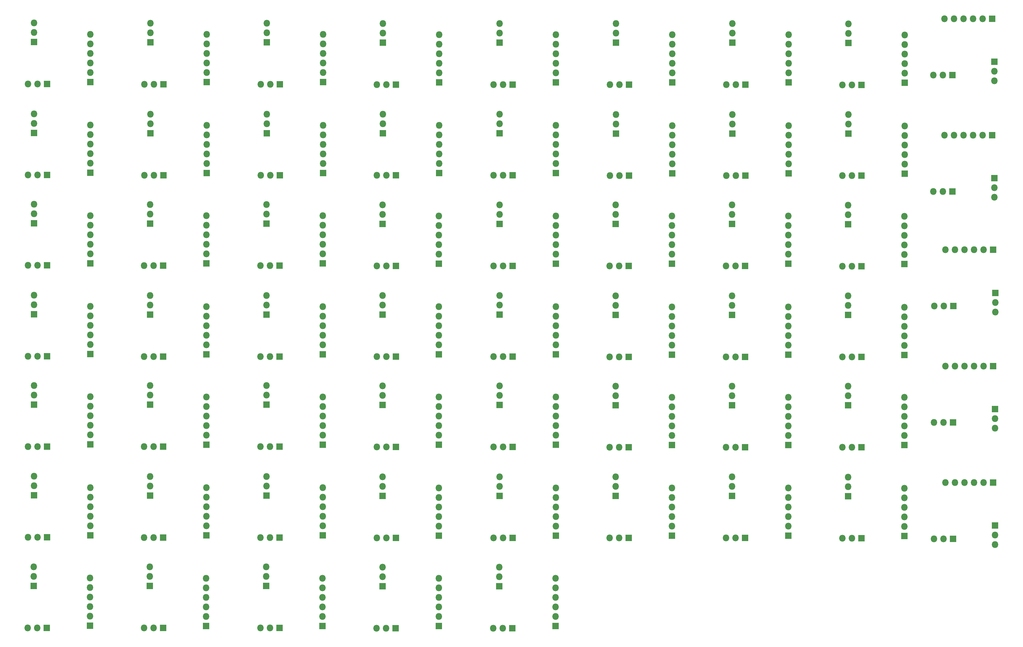
<source format=gbr>
%TF.GenerationSoftware,KiCad,Pcbnew,(5.1.6)-1*%
%TF.CreationDate,2020-07-01T09:45:42+05:30*%
%TF.ProjectId,single sided ch340c,73696e67-6c65-4207-9369-646564206368,rev?*%
%TF.SameCoordinates,Original*%
%TF.FileFunction,Soldermask,Bot*%
%TF.FilePolarity,Negative*%
%FSLAX46Y46*%
G04 Gerber Fmt 4.6, Leading zero omitted, Abs format (unit mm)*
G04 Created by KiCad (PCBNEW (5.1.6)-1) date 2020-07-01 09:45:42*
%MOMM*%
%LPD*%
G01*
G04 APERTURE LIST*
%ADD10R,1.800000X1.800000*%
%ADD11O,1.800000X1.800000*%
G04 APERTURE END LIST*
D10*
%TO.C,SW1*%
X280771600Y-27038300D03*
D11*
X280771600Y-29578300D03*
X280771600Y-32118300D03*
%TD*%
D10*
%TO.C,J2*%
X269595600Y-30530800D03*
D11*
X267055600Y-30530800D03*
X264515600Y-30530800D03*
%TD*%
D10*
%TO.C,J3*%
X280200100Y-15544800D03*
D11*
X277660100Y-15544800D03*
X275120100Y-15544800D03*
X272580100Y-15544800D03*
X270040100Y-15544800D03*
X267500100Y-15544800D03*
%TD*%
D10*
%TO.C,J3*%
X280200100Y-46532800D03*
D11*
X277660100Y-46532800D03*
X275120100Y-46532800D03*
X272580100Y-46532800D03*
X270040100Y-46532800D03*
X267500100Y-46532800D03*
%TD*%
D10*
%TO.C,SW1*%
X280771600Y-58026300D03*
D11*
X280771600Y-60566300D03*
X280771600Y-63106300D03*
%TD*%
D10*
%TO.C,J2*%
X269595600Y-61518800D03*
D11*
X267055600Y-61518800D03*
X264515600Y-61518800D03*
%TD*%
%TO.C,SW1*%
X280974800Y-124574300D03*
X280974800Y-122034300D03*
D10*
X280974800Y-119494300D03*
%TD*%
D11*
%TO.C,J2*%
X264718800Y-122986800D03*
X267258800Y-122986800D03*
D10*
X269798800Y-122986800D03*
%TD*%
%TO.C,SW1*%
X152438100Y-177800000D03*
D11*
X149898100Y-177800000D03*
X147358100Y-177800000D03*
%TD*%
D10*
%TO.C,J2*%
X148945600Y-166624000D03*
D11*
X148945600Y-164084000D03*
X148945600Y-161544000D03*
%TD*%
%TO.C,J3*%
X267703300Y-108000800D03*
X270243300Y-108000800D03*
X272783300Y-108000800D03*
X275323300Y-108000800D03*
X277863300Y-108000800D03*
D10*
X280403300Y-108000800D03*
%TD*%
%TO.C,J3*%
X163931600Y-177228500D03*
D11*
X163931600Y-174688500D03*
X163931600Y-172148500D03*
X163931600Y-169608500D03*
X163931600Y-167068500D03*
X163931600Y-164528500D03*
%TD*%
%TO.C,J3*%
X267703300Y-138988800D03*
X270243300Y-138988800D03*
X272783300Y-138988800D03*
X275323300Y-138988800D03*
X277863300Y-138988800D03*
D10*
X280403300Y-138988800D03*
%TD*%
%TO.C,J3*%
X280454100Y-77063600D03*
D11*
X277914100Y-77063600D03*
X275374100Y-77063600D03*
X272834100Y-77063600D03*
X270294100Y-77063600D03*
X267754100Y-77063600D03*
%TD*%
D10*
%TO.C,J2*%
X269849600Y-92049600D03*
D11*
X267309600Y-92049600D03*
X264769600Y-92049600D03*
%TD*%
%TO.C,J2*%
X264718800Y-153974800D03*
X267258800Y-153974800D03*
D10*
X269798800Y-153974800D03*
%TD*%
D11*
%TO.C,SW1*%
X280974800Y-155562300D03*
X280974800Y-153022300D03*
D10*
X280974800Y-150482300D03*
%TD*%
%TO.C,SW1*%
X281025600Y-88557100D03*
D11*
X281025600Y-91097100D03*
X281025600Y-93637100D03*
%TD*%
D10*
%TO.C,J2*%
X86918800Y-166573200D03*
D11*
X86918800Y-164033200D03*
X86918800Y-161493200D03*
%TD*%
%TO.C,J3*%
X39979600Y-164426900D03*
X39979600Y-166966900D03*
X39979600Y-169506900D03*
X39979600Y-172046900D03*
X39979600Y-174586900D03*
D10*
X39979600Y-177126900D03*
%TD*%
D11*
%TO.C,J2*%
X24993600Y-161442400D03*
X24993600Y-163982400D03*
D10*
X24993600Y-166522400D03*
%TD*%
%TO.C,J3*%
X101904800Y-177177700D03*
D11*
X101904800Y-174637700D03*
X101904800Y-172097700D03*
X101904800Y-169557700D03*
X101904800Y-167017700D03*
X101904800Y-164477700D03*
%TD*%
%TO.C,SW1*%
X23406100Y-177698400D03*
X25946100Y-177698400D03*
D10*
X28486100Y-177698400D03*
%TD*%
%TO.C,SW1*%
X90411300Y-177749200D03*
D11*
X87871300Y-177749200D03*
X85331300Y-177749200D03*
%TD*%
D10*
%TO.C,J2*%
X55930800Y-166573200D03*
D11*
X55930800Y-164033200D03*
X55930800Y-161493200D03*
%TD*%
%TO.C,J2*%
X117856000Y-161544000D03*
X117856000Y-164084000D03*
D10*
X117856000Y-166624000D03*
%TD*%
%TO.C,SW1*%
X59423300Y-177749200D03*
D11*
X56883300Y-177749200D03*
X54343300Y-177749200D03*
%TD*%
%TO.C,SW1*%
X116268500Y-177800000D03*
X118808500Y-177800000D03*
D10*
X121348500Y-177800000D03*
%TD*%
%TO.C,J3*%
X70916800Y-177177700D03*
D11*
X70916800Y-174637700D03*
X70916800Y-172097700D03*
X70916800Y-169557700D03*
X70916800Y-167017700D03*
X70916800Y-164477700D03*
%TD*%
%TO.C,J3*%
X132842000Y-164528500D03*
X132842000Y-167068500D03*
X132842000Y-169608500D03*
X132842000Y-172148500D03*
X132842000Y-174688500D03*
D10*
X132842000Y-177228500D03*
%TD*%
%TO.C,J3*%
X101955600Y-153098500D03*
D11*
X101955600Y-150558500D03*
X101955600Y-148018500D03*
X101955600Y-145478500D03*
X101955600Y-142938500D03*
X101955600Y-140398500D03*
%TD*%
D10*
%TO.C,SW1*%
X214414100Y-129590800D03*
D11*
X211874100Y-129590800D03*
X209334100Y-129590800D03*
%TD*%
D10*
%TO.C,J2*%
X210921600Y-118414800D03*
D11*
X210921600Y-115874800D03*
X210921600Y-113334800D03*
%TD*%
%TO.C,J2*%
X25044400Y-137363200D03*
X25044400Y-139903200D03*
D10*
X25044400Y-142443200D03*
%TD*%
D11*
%TO.C,SW1*%
X147408900Y-129540000D03*
X149948900Y-129540000D03*
D10*
X152488900Y-129540000D03*
%TD*%
D11*
%TO.C,J2*%
X148996400Y-113284000D03*
X148996400Y-115824000D03*
D10*
X148996400Y-118364000D03*
%TD*%
%TO.C,J3*%
X225907600Y-129019300D03*
D11*
X225907600Y-126479300D03*
X225907600Y-123939300D03*
X225907600Y-121399300D03*
X225907600Y-118859300D03*
X225907600Y-116319300D03*
%TD*%
%TO.C,J3*%
X163982400Y-116268500D03*
X163982400Y-118808500D03*
X163982400Y-121348500D03*
X163982400Y-123888500D03*
X163982400Y-126428500D03*
D10*
X163982400Y-128968500D03*
%TD*%
D11*
%TO.C,SW1*%
X116319300Y-153720800D03*
X118859300Y-153720800D03*
D10*
X121399300Y-153720800D03*
%TD*%
%TO.C,SW1*%
X59474100Y-153670000D03*
D11*
X56934100Y-153670000D03*
X54394100Y-153670000D03*
%TD*%
D10*
%TO.C,J2*%
X55981600Y-142494000D03*
D11*
X55981600Y-139954000D03*
X55981600Y-137414000D03*
%TD*%
D10*
%TO.C,J3*%
X256844800Y-153250900D03*
D11*
X256844800Y-150710900D03*
X256844800Y-148170900D03*
X256844800Y-145630900D03*
X256844800Y-143090900D03*
X256844800Y-140550900D03*
%TD*%
%TO.C,J2*%
X117906800Y-137464800D03*
X117906800Y-140004800D03*
D10*
X117906800Y-142544800D03*
%TD*%
%TO.C,J3*%
X70967600Y-153098500D03*
D11*
X70967600Y-150558500D03*
X70967600Y-148018500D03*
X70967600Y-145478500D03*
X70967600Y-142938500D03*
X70967600Y-140398500D03*
%TD*%
%TO.C,J3*%
X132892800Y-140449300D03*
X132892800Y-142989300D03*
X132892800Y-145529300D03*
X132892800Y-148069300D03*
X132892800Y-150609300D03*
D10*
X132892800Y-153149300D03*
%TD*%
D11*
%TO.C,J3*%
X194919600Y-140500100D03*
X194919600Y-143040100D03*
X194919600Y-145580100D03*
X194919600Y-148120100D03*
X194919600Y-150660100D03*
D10*
X194919600Y-153200100D03*
%TD*%
D11*
%TO.C,J2*%
X179933600Y-137515600D03*
X179933600Y-140055600D03*
D10*
X179933600Y-142595600D03*
%TD*%
%TO.C,J2*%
X241858800Y-142646400D03*
D11*
X241858800Y-140106400D03*
X241858800Y-137566400D03*
%TD*%
%TO.C,SW1*%
X178346100Y-153771600D03*
X180886100Y-153771600D03*
D10*
X183426100Y-153771600D03*
%TD*%
%TO.C,SW1*%
X245351300Y-153822400D03*
D11*
X242811300Y-153822400D03*
X240271300Y-153822400D03*
%TD*%
%TO.C,SW1*%
X23456900Y-153619200D03*
X25996900Y-153619200D03*
D10*
X28536900Y-153619200D03*
%TD*%
D11*
%TO.C,J3*%
X40030400Y-140347700D03*
X40030400Y-142887700D03*
X40030400Y-145427700D03*
X40030400Y-147967700D03*
X40030400Y-150507700D03*
D10*
X40030400Y-153047700D03*
%TD*%
%TO.C,SW1*%
X152488900Y-153720800D03*
D11*
X149948900Y-153720800D03*
X147408900Y-153720800D03*
%TD*%
D10*
%TO.C,J2*%
X148996400Y-142544800D03*
D11*
X148996400Y-140004800D03*
X148996400Y-137464800D03*
%TD*%
D10*
%TO.C,J3*%
X163982400Y-153149300D03*
D11*
X163982400Y-150609300D03*
X163982400Y-148069300D03*
X163982400Y-145529300D03*
X163982400Y-142989300D03*
X163982400Y-140449300D03*
%TD*%
%TO.C,J2*%
X210921600Y-137515600D03*
X210921600Y-140055600D03*
D10*
X210921600Y-142595600D03*
%TD*%
D11*
%TO.C,SW1*%
X209334100Y-153771600D03*
X211874100Y-153771600D03*
D10*
X214414100Y-153771600D03*
%TD*%
D11*
%TO.C,J3*%
X225907600Y-140500100D03*
X225907600Y-143040100D03*
X225907600Y-145580100D03*
X225907600Y-148120100D03*
X225907600Y-150660100D03*
D10*
X225907600Y-153200100D03*
%TD*%
%TO.C,J2*%
X86969600Y-142494000D03*
D11*
X86969600Y-139954000D03*
X86969600Y-137414000D03*
%TD*%
D10*
%TO.C,SW1*%
X121399300Y-129540000D03*
D11*
X118859300Y-129540000D03*
X116319300Y-129540000D03*
%TD*%
%TO.C,SW1*%
X54394100Y-129489200D03*
X56934100Y-129489200D03*
D10*
X59474100Y-129489200D03*
%TD*%
D11*
%TO.C,J2*%
X55981600Y-113233200D03*
X55981600Y-115773200D03*
D10*
X55981600Y-118313200D03*
%TD*%
D11*
%TO.C,J3*%
X70967600Y-116217700D03*
X70967600Y-118757700D03*
X70967600Y-121297700D03*
X70967600Y-123837700D03*
X70967600Y-126377700D03*
D10*
X70967600Y-128917700D03*
%TD*%
%TO.C,J3*%
X132892800Y-128968500D03*
D11*
X132892800Y-126428500D03*
X132892800Y-123888500D03*
X132892800Y-121348500D03*
X132892800Y-118808500D03*
X132892800Y-116268500D03*
%TD*%
D10*
%TO.C,J2*%
X117906800Y-118364000D03*
D11*
X117906800Y-115824000D03*
X117906800Y-113284000D03*
%TD*%
%TO.C,J3*%
X256844800Y-116370100D03*
X256844800Y-118910100D03*
X256844800Y-121450100D03*
X256844800Y-123990100D03*
X256844800Y-126530100D03*
D10*
X256844800Y-129070100D03*
%TD*%
%TO.C,J3*%
X194919600Y-129019300D03*
D11*
X194919600Y-126479300D03*
X194919600Y-123939300D03*
X194919600Y-121399300D03*
X194919600Y-118859300D03*
X194919600Y-116319300D03*
%TD*%
%TO.C,J2*%
X241858800Y-113385600D03*
X241858800Y-115925600D03*
D10*
X241858800Y-118465600D03*
%TD*%
%TO.C,J2*%
X179933600Y-118414800D03*
D11*
X179933600Y-115874800D03*
X179933600Y-113334800D03*
%TD*%
D10*
%TO.C,SW1*%
X183426100Y-129590800D03*
D11*
X180886100Y-129590800D03*
X178346100Y-129590800D03*
%TD*%
%TO.C,SW1*%
X240271300Y-129641600D03*
X242811300Y-129641600D03*
D10*
X245351300Y-129641600D03*
%TD*%
%TO.C,SW1*%
X90462100Y-153670000D03*
D11*
X87922100Y-153670000D03*
X85382100Y-153670000D03*
%TD*%
D10*
%TO.C,SW1*%
X28536900Y-129438400D03*
D11*
X25996900Y-129438400D03*
X23456900Y-129438400D03*
%TD*%
D10*
%TO.C,J3*%
X40030400Y-128866900D03*
D11*
X40030400Y-126326900D03*
X40030400Y-123786900D03*
X40030400Y-121246900D03*
X40030400Y-118706900D03*
X40030400Y-116166900D03*
%TD*%
D10*
%TO.C,J2*%
X25044400Y-118262400D03*
D11*
X25044400Y-115722400D03*
X25044400Y-113182400D03*
%TD*%
%TO.C,J3*%
X101955600Y-116217700D03*
X101955600Y-118757700D03*
X101955600Y-121297700D03*
X101955600Y-123837700D03*
X101955600Y-126377700D03*
D10*
X101955600Y-128917700D03*
%TD*%
D11*
%TO.C,J2*%
X86969600Y-113233200D03*
X86969600Y-115773200D03*
D10*
X86969600Y-118313200D03*
%TD*%
D11*
%TO.C,SW1*%
X85382100Y-129489200D03*
X87922100Y-129489200D03*
D10*
X90462100Y-129489200D03*
%TD*%
%TO.C,J3*%
X101955600Y-104889300D03*
D11*
X101955600Y-102349300D03*
X101955600Y-99809300D03*
X101955600Y-97269300D03*
X101955600Y-94729300D03*
X101955600Y-92189300D03*
%TD*%
D10*
%TO.C,SW1*%
X214414100Y-81381600D03*
D11*
X211874100Y-81381600D03*
X209334100Y-81381600D03*
%TD*%
D10*
%TO.C,J2*%
X210921600Y-70205600D03*
D11*
X210921600Y-67665600D03*
X210921600Y-65125600D03*
%TD*%
%TO.C,J2*%
X25044400Y-89154000D03*
X25044400Y-91694000D03*
D10*
X25044400Y-94234000D03*
%TD*%
D11*
%TO.C,SW1*%
X147408900Y-81330800D03*
X149948900Y-81330800D03*
D10*
X152488900Y-81330800D03*
%TD*%
D11*
%TO.C,J2*%
X148996400Y-65074800D03*
X148996400Y-67614800D03*
D10*
X148996400Y-70154800D03*
%TD*%
%TO.C,J3*%
X225907600Y-80810100D03*
D11*
X225907600Y-78270100D03*
X225907600Y-75730100D03*
X225907600Y-73190100D03*
X225907600Y-70650100D03*
X225907600Y-68110100D03*
%TD*%
%TO.C,J3*%
X163982400Y-68059300D03*
X163982400Y-70599300D03*
X163982400Y-73139300D03*
X163982400Y-75679300D03*
X163982400Y-78219300D03*
D10*
X163982400Y-80759300D03*
%TD*%
D11*
%TO.C,SW1*%
X116319300Y-105511600D03*
X118859300Y-105511600D03*
D10*
X121399300Y-105511600D03*
%TD*%
%TO.C,SW1*%
X59474100Y-105460800D03*
D11*
X56934100Y-105460800D03*
X54394100Y-105460800D03*
%TD*%
D10*
%TO.C,J2*%
X55981600Y-94284800D03*
D11*
X55981600Y-91744800D03*
X55981600Y-89204800D03*
%TD*%
D10*
%TO.C,J3*%
X256844800Y-105041700D03*
D11*
X256844800Y-102501700D03*
X256844800Y-99961700D03*
X256844800Y-97421700D03*
X256844800Y-94881700D03*
X256844800Y-92341700D03*
%TD*%
%TO.C,J2*%
X117906800Y-89255600D03*
X117906800Y-91795600D03*
D10*
X117906800Y-94335600D03*
%TD*%
%TO.C,J3*%
X70967600Y-104889300D03*
D11*
X70967600Y-102349300D03*
X70967600Y-99809300D03*
X70967600Y-97269300D03*
X70967600Y-94729300D03*
X70967600Y-92189300D03*
%TD*%
%TO.C,J3*%
X132892800Y-92240100D03*
X132892800Y-94780100D03*
X132892800Y-97320100D03*
X132892800Y-99860100D03*
X132892800Y-102400100D03*
D10*
X132892800Y-104940100D03*
%TD*%
D11*
%TO.C,J3*%
X194919600Y-92290900D03*
X194919600Y-94830900D03*
X194919600Y-97370900D03*
X194919600Y-99910900D03*
X194919600Y-102450900D03*
D10*
X194919600Y-104990900D03*
%TD*%
D11*
%TO.C,J2*%
X179933600Y-89306400D03*
X179933600Y-91846400D03*
D10*
X179933600Y-94386400D03*
%TD*%
%TO.C,J2*%
X241858800Y-94437200D03*
D11*
X241858800Y-91897200D03*
X241858800Y-89357200D03*
%TD*%
%TO.C,SW1*%
X178346100Y-105562400D03*
X180886100Y-105562400D03*
D10*
X183426100Y-105562400D03*
%TD*%
%TO.C,SW1*%
X245351300Y-105613200D03*
D11*
X242811300Y-105613200D03*
X240271300Y-105613200D03*
%TD*%
%TO.C,SW1*%
X23456900Y-105410000D03*
X25996900Y-105410000D03*
D10*
X28536900Y-105410000D03*
%TD*%
D11*
%TO.C,J3*%
X40030400Y-92138500D03*
X40030400Y-94678500D03*
X40030400Y-97218500D03*
X40030400Y-99758500D03*
X40030400Y-102298500D03*
D10*
X40030400Y-104838500D03*
%TD*%
%TO.C,SW1*%
X152488900Y-105511600D03*
D11*
X149948900Y-105511600D03*
X147408900Y-105511600D03*
%TD*%
D10*
%TO.C,J2*%
X148996400Y-94335600D03*
D11*
X148996400Y-91795600D03*
X148996400Y-89255600D03*
%TD*%
D10*
%TO.C,J3*%
X163982400Y-104940100D03*
D11*
X163982400Y-102400100D03*
X163982400Y-99860100D03*
X163982400Y-97320100D03*
X163982400Y-94780100D03*
X163982400Y-92240100D03*
%TD*%
%TO.C,J2*%
X210921600Y-89306400D03*
X210921600Y-91846400D03*
D10*
X210921600Y-94386400D03*
%TD*%
D11*
%TO.C,SW1*%
X209334100Y-105562400D03*
X211874100Y-105562400D03*
D10*
X214414100Y-105562400D03*
%TD*%
D11*
%TO.C,J3*%
X225907600Y-92290900D03*
X225907600Y-94830900D03*
X225907600Y-97370900D03*
X225907600Y-99910900D03*
X225907600Y-102450900D03*
D10*
X225907600Y-104990900D03*
%TD*%
%TO.C,J2*%
X86969600Y-94284800D03*
D11*
X86969600Y-91744800D03*
X86969600Y-89204800D03*
%TD*%
D10*
%TO.C,SW1*%
X121399300Y-81330800D03*
D11*
X118859300Y-81330800D03*
X116319300Y-81330800D03*
%TD*%
%TO.C,SW1*%
X54394100Y-81280000D03*
X56934100Y-81280000D03*
D10*
X59474100Y-81280000D03*
%TD*%
D11*
%TO.C,J2*%
X55981600Y-65024000D03*
X55981600Y-67564000D03*
D10*
X55981600Y-70104000D03*
%TD*%
D11*
%TO.C,J3*%
X70967600Y-68008500D03*
X70967600Y-70548500D03*
X70967600Y-73088500D03*
X70967600Y-75628500D03*
X70967600Y-78168500D03*
D10*
X70967600Y-80708500D03*
%TD*%
%TO.C,J3*%
X132892800Y-80759300D03*
D11*
X132892800Y-78219300D03*
X132892800Y-75679300D03*
X132892800Y-73139300D03*
X132892800Y-70599300D03*
X132892800Y-68059300D03*
%TD*%
D10*
%TO.C,J2*%
X117906800Y-70154800D03*
D11*
X117906800Y-67614800D03*
X117906800Y-65074800D03*
%TD*%
%TO.C,J3*%
X256844800Y-68160900D03*
X256844800Y-70700900D03*
X256844800Y-73240900D03*
X256844800Y-75780900D03*
X256844800Y-78320900D03*
D10*
X256844800Y-80860900D03*
%TD*%
%TO.C,J3*%
X194919600Y-80810100D03*
D11*
X194919600Y-78270100D03*
X194919600Y-75730100D03*
X194919600Y-73190100D03*
X194919600Y-70650100D03*
X194919600Y-68110100D03*
%TD*%
%TO.C,J2*%
X241858800Y-65176400D03*
X241858800Y-67716400D03*
D10*
X241858800Y-70256400D03*
%TD*%
%TO.C,J2*%
X179933600Y-70205600D03*
D11*
X179933600Y-67665600D03*
X179933600Y-65125600D03*
%TD*%
D10*
%TO.C,SW1*%
X183426100Y-81381600D03*
D11*
X180886100Y-81381600D03*
X178346100Y-81381600D03*
%TD*%
%TO.C,SW1*%
X240271300Y-81432400D03*
X242811300Y-81432400D03*
D10*
X245351300Y-81432400D03*
%TD*%
%TO.C,SW1*%
X90462100Y-105460800D03*
D11*
X87922100Y-105460800D03*
X85382100Y-105460800D03*
%TD*%
D10*
%TO.C,SW1*%
X28536900Y-81229200D03*
D11*
X25996900Y-81229200D03*
X23456900Y-81229200D03*
%TD*%
D10*
%TO.C,J3*%
X40030400Y-80657700D03*
D11*
X40030400Y-78117700D03*
X40030400Y-75577700D03*
X40030400Y-73037700D03*
X40030400Y-70497700D03*
X40030400Y-67957700D03*
%TD*%
D10*
%TO.C,J2*%
X25044400Y-70053200D03*
D11*
X25044400Y-67513200D03*
X25044400Y-64973200D03*
%TD*%
%TO.C,J3*%
X101955600Y-68008500D03*
X101955600Y-70548500D03*
X101955600Y-73088500D03*
X101955600Y-75628500D03*
X101955600Y-78168500D03*
D10*
X101955600Y-80708500D03*
%TD*%
D11*
%TO.C,J2*%
X86969600Y-65024000D03*
X86969600Y-67564000D03*
D10*
X86969600Y-70104000D03*
%TD*%
D11*
%TO.C,SW1*%
X85382100Y-81280000D03*
X87922100Y-81280000D03*
D10*
X90462100Y-81280000D03*
%TD*%
%TO.C,SW1*%
X214464900Y-57302400D03*
D11*
X211924900Y-57302400D03*
X209384900Y-57302400D03*
%TD*%
D10*
%TO.C,J2*%
X210972400Y-46126400D03*
D11*
X210972400Y-43586400D03*
X210972400Y-41046400D03*
%TD*%
%TO.C,SW1*%
X147459700Y-57251600D03*
X149999700Y-57251600D03*
D10*
X152539700Y-57251600D03*
%TD*%
D11*
%TO.C,J2*%
X149047200Y-40995600D03*
X149047200Y-43535600D03*
D10*
X149047200Y-46075600D03*
%TD*%
%TO.C,J3*%
X225958400Y-56730900D03*
D11*
X225958400Y-54190900D03*
X225958400Y-51650900D03*
X225958400Y-49110900D03*
X225958400Y-46570900D03*
X225958400Y-44030900D03*
%TD*%
%TO.C,J3*%
X164033200Y-43980100D03*
X164033200Y-46520100D03*
X164033200Y-49060100D03*
X164033200Y-51600100D03*
X164033200Y-54140100D03*
D10*
X164033200Y-56680100D03*
%TD*%
%TO.C,SW1*%
X121450100Y-57251600D03*
D11*
X118910100Y-57251600D03*
X116370100Y-57251600D03*
%TD*%
%TO.C,SW1*%
X54444900Y-57200800D03*
X56984900Y-57200800D03*
D10*
X59524900Y-57200800D03*
%TD*%
D11*
%TO.C,J2*%
X56032400Y-40944800D03*
X56032400Y-43484800D03*
D10*
X56032400Y-46024800D03*
%TD*%
D11*
%TO.C,J3*%
X71018400Y-43929300D03*
X71018400Y-46469300D03*
X71018400Y-49009300D03*
X71018400Y-51549300D03*
X71018400Y-54089300D03*
D10*
X71018400Y-56629300D03*
%TD*%
%TO.C,J3*%
X132943600Y-56680100D03*
D11*
X132943600Y-54140100D03*
X132943600Y-51600100D03*
X132943600Y-49060100D03*
X132943600Y-46520100D03*
X132943600Y-43980100D03*
%TD*%
D10*
%TO.C,J2*%
X117957600Y-46075600D03*
D11*
X117957600Y-43535600D03*
X117957600Y-40995600D03*
%TD*%
%TO.C,J3*%
X256895600Y-44081700D03*
X256895600Y-46621700D03*
X256895600Y-49161700D03*
X256895600Y-51701700D03*
X256895600Y-54241700D03*
D10*
X256895600Y-56781700D03*
%TD*%
%TO.C,J3*%
X194970400Y-56730900D03*
D11*
X194970400Y-54190900D03*
X194970400Y-51650900D03*
X194970400Y-49110900D03*
X194970400Y-46570900D03*
X194970400Y-44030900D03*
%TD*%
%TO.C,J2*%
X241909600Y-41097200D03*
X241909600Y-43637200D03*
D10*
X241909600Y-46177200D03*
%TD*%
%TO.C,J2*%
X179984400Y-46126400D03*
D11*
X179984400Y-43586400D03*
X179984400Y-41046400D03*
%TD*%
D10*
%TO.C,SW1*%
X183476900Y-57302400D03*
D11*
X180936900Y-57302400D03*
X178396900Y-57302400D03*
%TD*%
%TO.C,SW1*%
X240322100Y-57353200D03*
X242862100Y-57353200D03*
D10*
X245402100Y-57353200D03*
%TD*%
%TO.C,SW1*%
X28587700Y-57150000D03*
D11*
X26047700Y-57150000D03*
X23507700Y-57150000D03*
%TD*%
D10*
%TO.C,J3*%
X40081200Y-56578500D03*
D11*
X40081200Y-54038500D03*
X40081200Y-51498500D03*
X40081200Y-48958500D03*
X40081200Y-46418500D03*
X40081200Y-43878500D03*
%TD*%
D10*
%TO.C,J2*%
X25095200Y-45974000D03*
D11*
X25095200Y-43434000D03*
X25095200Y-40894000D03*
%TD*%
%TO.C,J3*%
X102006400Y-43929300D03*
X102006400Y-46469300D03*
X102006400Y-49009300D03*
X102006400Y-51549300D03*
X102006400Y-54089300D03*
D10*
X102006400Y-56629300D03*
%TD*%
D11*
%TO.C,J2*%
X87020400Y-40944800D03*
X87020400Y-43484800D03*
D10*
X87020400Y-46024800D03*
%TD*%
D11*
%TO.C,SW1*%
X85432900Y-57200800D03*
X87972900Y-57200800D03*
D10*
X90512900Y-57200800D03*
%TD*%
%TO.C,SW1*%
X245402100Y-33172400D03*
D11*
X242862100Y-33172400D03*
X240322100Y-33172400D03*
%TD*%
%TO.C,SW1*%
X178396900Y-33121600D03*
X180936900Y-33121600D03*
D10*
X183476900Y-33121600D03*
%TD*%
D11*
%TO.C,J2*%
X179984400Y-16865600D03*
X179984400Y-19405600D03*
D10*
X179984400Y-21945600D03*
%TD*%
D11*
%TO.C,J3*%
X194970400Y-19850100D03*
X194970400Y-22390100D03*
X194970400Y-24930100D03*
X194970400Y-27470100D03*
X194970400Y-30010100D03*
D10*
X194970400Y-32550100D03*
%TD*%
%TO.C,J3*%
X256895600Y-32600900D03*
D11*
X256895600Y-30060900D03*
X256895600Y-27520900D03*
X256895600Y-24980900D03*
X256895600Y-22440900D03*
X256895600Y-19900900D03*
%TD*%
D10*
%TO.C,J2*%
X241909600Y-21996400D03*
D11*
X241909600Y-19456400D03*
X241909600Y-16916400D03*
%TD*%
D10*
%TO.C,SW1*%
X152539700Y-33070800D03*
D11*
X149999700Y-33070800D03*
X147459700Y-33070800D03*
%TD*%
D10*
%TO.C,J3*%
X164033200Y-32499300D03*
D11*
X164033200Y-29959300D03*
X164033200Y-27419300D03*
X164033200Y-24879300D03*
X164033200Y-22339300D03*
X164033200Y-19799300D03*
%TD*%
D10*
%TO.C,J2*%
X149047200Y-21894800D03*
D11*
X149047200Y-19354800D03*
X149047200Y-16814800D03*
%TD*%
%TO.C,J3*%
X225958400Y-19850100D03*
X225958400Y-22390100D03*
X225958400Y-24930100D03*
X225958400Y-27470100D03*
X225958400Y-30010100D03*
D10*
X225958400Y-32550100D03*
%TD*%
D11*
%TO.C,J2*%
X210972400Y-16865600D03*
X210972400Y-19405600D03*
D10*
X210972400Y-21945600D03*
%TD*%
D11*
%TO.C,SW1*%
X209384900Y-33121600D03*
X211924900Y-33121600D03*
D10*
X214464900Y-33121600D03*
%TD*%
D11*
%TO.C,SW1*%
X116370100Y-33070800D03*
X118910100Y-33070800D03*
D10*
X121450100Y-33070800D03*
%TD*%
D11*
%TO.C,J2*%
X117957600Y-16814800D03*
X117957600Y-19354800D03*
D10*
X117957600Y-21894800D03*
%TD*%
D11*
%TO.C,J3*%
X132943600Y-19799300D03*
X132943600Y-22339300D03*
X132943600Y-24879300D03*
X132943600Y-27419300D03*
X132943600Y-29959300D03*
D10*
X132943600Y-32499300D03*
%TD*%
%TO.C,SW1*%
X90512900Y-33020000D03*
D11*
X87972900Y-33020000D03*
X85432900Y-33020000D03*
%TD*%
D10*
%TO.C,J3*%
X102006400Y-32448500D03*
D11*
X102006400Y-29908500D03*
X102006400Y-27368500D03*
X102006400Y-24828500D03*
X102006400Y-22288500D03*
X102006400Y-19748500D03*
%TD*%
D10*
%TO.C,J2*%
X87020400Y-21844000D03*
D11*
X87020400Y-19304000D03*
X87020400Y-16764000D03*
%TD*%
D10*
%TO.C,SW1*%
X59524900Y-33020000D03*
D11*
X56984900Y-33020000D03*
X54444900Y-33020000D03*
%TD*%
D10*
%TO.C,J3*%
X71018400Y-32448500D03*
D11*
X71018400Y-29908500D03*
X71018400Y-27368500D03*
X71018400Y-24828500D03*
X71018400Y-22288500D03*
X71018400Y-19748500D03*
%TD*%
D10*
%TO.C,J2*%
X56032400Y-21844000D03*
D11*
X56032400Y-19304000D03*
X56032400Y-16764000D03*
%TD*%
%TO.C,SW1*%
X23507700Y-32969200D03*
X26047700Y-32969200D03*
D10*
X28587700Y-32969200D03*
%TD*%
D11*
%TO.C,J3*%
X40081200Y-19697700D03*
X40081200Y-22237700D03*
X40081200Y-24777700D03*
X40081200Y-27317700D03*
X40081200Y-29857700D03*
D10*
X40081200Y-32397700D03*
%TD*%
D11*
%TO.C,J2*%
X25095200Y-16713200D03*
X25095200Y-19253200D03*
D10*
X25095200Y-21793200D03*
%TD*%
M02*

</source>
